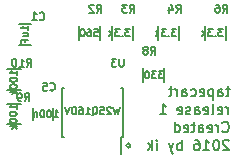
<source format=gbo>
G04 #@! TF.FileFunction,Legend,Bot*
%FSLAX46Y46*%
G04 Gerber Fmt 4.6, Leading zero omitted, Abs format (unit mm)*
G04 Created by KiCad (PCBNEW 4.0.5) date 11/08/17 13:58:34*
%MOMM*%
%LPD*%
G01*
G04 APERTURE LIST*
%ADD10C,0.100000*%
%ADD11C,0.200000*%
%ADD12C,0.203200*%
%ADD13C,0.150000*%
%ADD14C,0.152400*%
G04 APERTURE END LIST*
D10*
D11*
X188012605Y-57785000D02*
G75*
G03X188012605Y-57785000I-179605J0D01*
G01*
D12*
X196417752Y-53004450D02*
X196088762Y-53004450D01*
X196294381Y-52708117D02*
X196294381Y-53470117D01*
X196253257Y-53554783D01*
X196171010Y-53597117D01*
X196088762Y-53597117D01*
X195430781Y-53597117D02*
X195430781Y-53131450D01*
X195471904Y-53046783D01*
X195554152Y-53004450D01*
X195718647Y-53004450D01*
X195800895Y-53046783D01*
X195430781Y-53554783D02*
X195513028Y-53597117D01*
X195718647Y-53597117D01*
X195800895Y-53554783D01*
X195842019Y-53470117D01*
X195842019Y-53385450D01*
X195800895Y-53300783D01*
X195718647Y-53258450D01*
X195513028Y-53258450D01*
X195430781Y-53216117D01*
X195019543Y-53004450D02*
X195019543Y-53893450D01*
X195019543Y-53046783D02*
X194937295Y-53004450D01*
X194772800Y-53004450D01*
X194690552Y-53046783D01*
X194649429Y-53089117D01*
X194608305Y-53173783D01*
X194608305Y-53427783D01*
X194649429Y-53512450D01*
X194690552Y-53554783D01*
X194772800Y-53597117D01*
X194937295Y-53597117D01*
X195019543Y-53554783D01*
X193909200Y-53554783D02*
X193991448Y-53597117D01*
X194155943Y-53597117D01*
X194238191Y-53554783D01*
X194279315Y-53470117D01*
X194279315Y-53131450D01*
X194238191Y-53046783D01*
X194155943Y-53004450D01*
X193991448Y-53004450D01*
X193909200Y-53046783D01*
X193868077Y-53131450D01*
X193868077Y-53216117D01*
X194279315Y-53300783D01*
X193127848Y-53554783D02*
X193210095Y-53597117D01*
X193374591Y-53597117D01*
X193456838Y-53554783D01*
X193497962Y-53512450D01*
X193539086Y-53427783D01*
X193539086Y-53173783D01*
X193497962Y-53089117D01*
X193456838Y-53046783D01*
X193374591Y-53004450D01*
X193210095Y-53004450D01*
X193127848Y-53046783D01*
X192387619Y-53597117D02*
X192387619Y-53131450D01*
X192428742Y-53046783D01*
X192510990Y-53004450D01*
X192675485Y-53004450D01*
X192757733Y-53046783D01*
X192387619Y-53554783D02*
X192469866Y-53597117D01*
X192675485Y-53597117D01*
X192757733Y-53554783D01*
X192798857Y-53470117D01*
X192798857Y-53385450D01*
X192757733Y-53300783D01*
X192675485Y-53258450D01*
X192469866Y-53258450D01*
X192387619Y-53216117D01*
X191976381Y-53597117D02*
X191976381Y-53004450D01*
X191976381Y-53173783D02*
X191935257Y-53089117D01*
X191894133Y-53046783D01*
X191811886Y-53004450D01*
X191729638Y-53004450D01*
X191565142Y-53004450D02*
X191236152Y-53004450D01*
X191441771Y-52708117D02*
X191441771Y-53470117D01*
X191400647Y-53554783D01*
X191318400Y-53597117D01*
X191236152Y-53597117D01*
X196294381Y-55133817D02*
X196294381Y-54541150D01*
X196294381Y-54710483D02*
X196253257Y-54625817D01*
X196212133Y-54583483D01*
X196129886Y-54541150D01*
X196047638Y-54541150D01*
X195430780Y-55091483D02*
X195513028Y-55133817D01*
X195677523Y-55133817D01*
X195759771Y-55091483D01*
X195800895Y-55006817D01*
X195800895Y-54668150D01*
X195759771Y-54583483D01*
X195677523Y-54541150D01*
X195513028Y-54541150D01*
X195430780Y-54583483D01*
X195389657Y-54668150D01*
X195389657Y-54752817D01*
X195800895Y-54837483D01*
X194896171Y-55133817D02*
X194978418Y-55091483D01*
X195019542Y-55006817D01*
X195019542Y-54244817D01*
X194238189Y-55091483D02*
X194320437Y-55133817D01*
X194484932Y-55133817D01*
X194567180Y-55091483D01*
X194608304Y-55006817D01*
X194608304Y-54668150D01*
X194567180Y-54583483D01*
X194484932Y-54541150D01*
X194320437Y-54541150D01*
X194238189Y-54583483D01*
X194197066Y-54668150D01*
X194197066Y-54752817D01*
X194608304Y-54837483D01*
X193456837Y-55133817D02*
X193456837Y-54668150D01*
X193497960Y-54583483D01*
X193580208Y-54541150D01*
X193744703Y-54541150D01*
X193826951Y-54583483D01*
X193456837Y-55091483D02*
X193539084Y-55133817D01*
X193744703Y-55133817D01*
X193826951Y-55091483D01*
X193868075Y-55006817D01*
X193868075Y-54922150D01*
X193826951Y-54837483D01*
X193744703Y-54795150D01*
X193539084Y-54795150D01*
X193456837Y-54752817D01*
X193086723Y-55091483D02*
X193004475Y-55133817D01*
X192839980Y-55133817D01*
X192757732Y-55091483D01*
X192716608Y-55006817D01*
X192716608Y-54964483D01*
X192757732Y-54879817D01*
X192839980Y-54837483D01*
X192963351Y-54837483D01*
X193045599Y-54795150D01*
X193086723Y-54710483D01*
X193086723Y-54668150D01*
X193045599Y-54583483D01*
X192963351Y-54541150D01*
X192839980Y-54541150D01*
X192757732Y-54583483D01*
X192017503Y-55091483D02*
X192099751Y-55133817D01*
X192264246Y-55133817D01*
X192346494Y-55091483D01*
X192387618Y-55006817D01*
X192387618Y-54668150D01*
X192346494Y-54583483D01*
X192264246Y-54541150D01*
X192099751Y-54541150D01*
X192017503Y-54583483D01*
X191976380Y-54668150D01*
X191976380Y-54752817D01*
X192387618Y-54837483D01*
X190495922Y-55133817D02*
X190989408Y-55133817D01*
X190742665Y-55133817D02*
X190742665Y-54244817D01*
X190824913Y-54371817D01*
X190907160Y-54456483D01*
X190989408Y-54498817D01*
X195800895Y-56585850D02*
X195842019Y-56628183D01*
X195965390Y-56670517D01*
X196047638Y-56670517D01*
X196171010Y-56628183D01*
X196253257Y-56543517D01*
X196294381Y-56458850D01*
X196335505Y-56289517D01*
X196335505Y-56162517D01*
X196294381Y-55993183D01*
X196253257Y-55908517D01*
X196171010Y-55823850D01*
X196047638Y-55781517D01*
X195965390Y-55781517D01*
X195842019Y-55823850D01*
X195800895Y-55866183D01*
X195430781Y-56670517D02*
X195430781Y-56077850D01*
X195430781Y-56247183D02*
X195389657Y-56162517D01*
X195348533Y-56120183D01*
X195266286Y-56077850D01*
X195184038Y-56077850D01*
X194567180Y-56628183D02*
X194649428Y-56670517D01*
X194813923Y-56670517D01*
X194896171Y-56628183D01*
X194937295Y-56543517D01*
X194937295Y-56204850D01*
X194896171Y-56120183D01*
X194813923Y-56077850D01*
X194649428Y-56077850D01*
X194567180Y-56120183D01*
X194526057Y-56204850D01*
X194526057Y-56289517D01*
X194937295Y-56374183D01*
X193785828Y-56670517D02*
X193785828Y-56204850D01*
X193826951Y-56120183D01*
X193909199Y-56077850D01*
X194073694Y-56077850D01*
X194155942Y-56120183D01*
X193785828Y-56628183D02*
X193868075Y-56670517D01*
X194073694Y-56670517D01*
X194155942Y-56628183D01*
X194197066Y-56543517D01*
X194197066Y-56458850D01*
X194155942Y-56374183D01*
X194073694Y-56331850D01*
X193868075Y-56331850D01*
X193785828Y-56289517D01*
X193497961Y-56077850D02*
X193168971Y-56077850D01*
X193374590Y-55781517D02*
X193374590Y-56543517D01*
X193333466Y-56628183D01*
X193251219Y-56670517D01*
X193168971Y-56670517D01*
X192552113Y-56628183D02*
X192634361Y-56670517D01*
X192798856Y-56670517D01*
X192881104Y-56628183D01*
X192922228Y-56543517D01*
X192922228Y-56204850D01*
X192881104Y-56120183D01*
X192798856Y-56077850D01*
X192634361Y-56077850D01*
X192552113Y-56120183D01*
X192510990Y-56204850D01*
X192510990Y-56289517D01*
X192922228Y-56374183D01*
X191770761Y-56670517D02*
X191770761Y-55781517D01*
X191770761Y-56628183D02*
X191853008Y-56670517D01*
X192017504Y-56670517D01*
X192099751Y-56628183D01*
X192140875Y-56585850D01*
X192181999Y-56501183D01*
X192181999Y-56247183D01*
X192140875Y-56162517D01*
X192099751Y-56120183D01*
X192017504Y-56077850D01*
X191853008Y-56077850D01*
X191770761Y-56120183D01*
X196335505Y-57402883D02*
X196294381Y-57360550D01*
X196212133Y-57318217D01*
X196006514Y-57318217D01*
X195924267Y-57360550D01*
X195883143Y-57402883D01*
X195842019Y-57487550D01*
X195842019Y-57572217D01*
X195883143Y-57699217D01*
X196376629Y-58207217D01*
X195842019Y-58207217D01*
X195307410Y-57318217D02*
X195225162Y-57318217D01*
X195142914Y-57360550D01*
X195101791Y-57402883D01*
X195060667Y-57487550D01*
X195019543Y-57656883D01*
X195019543Y-57868550D01*
X195060667Y-58037883D01*
X195101791Y-58122550D01*
X195142914Y-58164883D01*
X195225162Y-58207217D01*
X195307410Y-58207217D01*
X195389657Y-58164883D01*
X195430781Y-58122550D01*
X195471905Y-58037883D01*
X195513029Y-57868550D01*
X195513029Y-57656883D01*
X195471905Y-57487550D01*
X195430781Y-57402883D01*
X195389657Y-57360550D01*
X195307410Y-57318217D01*
X194197067Y-58207217D02*
X194690553Y-58207217D01*
X194443810Y-58207217D02*
X194443810Y-57318217D01*
X194526058Y-57445217D01*
X194608305Y-57529883D01*
X194690553Y-57572217D01*
X193456839Y-57318217D02*
X193621334Y-57318217D01*
X193703582Y-57360550D01*
X193744705Y-57402883D01*
X193826953Y-57529883D01*
X193868077Y-57699217D01*
X193868077Y-58037883D01*
X193826953Y-58122550D01*
X193785829Y-58164883D01*
X193703582Y-58207217D01*
X193539086Y-58207217D01*
X193456839Y-58164883D01*
X193415715Y-58122550D01*
X193374591Y-58037883D01*
X193374591Y-57826217D01*
X193415715Y-57741550D01*
X193456839Y-57699217D01*
X193539086Y-57656883D01*
X193703582Y-57656883D01*
X193785829Y-57699217D01*
X193826953Y-57741550D01*
X193868077Y-57826217D01*
X192346496Y-58207217D02*
X192346496Y-57318217D01*
X192346496Y-57656883D02*
X192264248Y-57614550D01*
X192099753Y-57614550D01*
X192017505Y-57656883D01*
X191976382Y-57699217D01*
X191935258Y-57783883D01*
X191935258Y-58037883D01*
X191976382Y-58122550D01*
X192017505Y-58164883D01*
X192099753Y-58207217D01*
X192264248Y-58207217D01*
X192346496Y-58164883D01*
X191647392Y-57614550D02*
X191441773Y-58207217D01*
X191236153Y-57614550D02*
X191441773Y-58207217D01*
X191524020Y-58418883D01*
X191565144Y-58461217D01*
X191647392Y-58503550D01*
X190249182Y-58207217D02*
X190249182Y-57614550D01*
X190249182Y-57318217D02*
X190290306Y-57360550D01*
X190249182Y-57402883D01*
X190208058Y-57360550D01*
X190249182Y-57318217D01*
X190249182Y-57402883D01*
X189837944Y-58207217D02*
X189837944Y-57318217D01*
X189755696Y-57868550D02*
X189508953Y-58207217D01*
X189508953Y-57614550D02*
X189837944Y-57953217D01*
D13*
X187360000Y-57066000D02*
X187215000Y-57066000D01*
X187360000Y-52916000D02*
X187215000Y-52916000D01*
X182210000Y-52916000D02*
X182355000Y-52916000D01*
X182210000Y-57066000D02*
X182355000Y-57066000D01*
X187360000Y-57066000D02*
X187360000Y-52916000D01*
X182210000Y-57066000D02*
X182210000Y-52916000D01*
X187215000Y-57066000D02*
X187215000Y-58466000D01*
X178586000Y-47537000D02*
X179586000Y-47537000D01*
X179586000Y-49237000D02*
X178586000Y-49237000D01*
X179744000Y-55618000D02*
X179744000Y-54618000D01*
X181444000Y-54618000D02*
X181444000Y-55618000D01*
X183656000Y-47660000D02*
X183656000Y-48860000D01*
X185406000Y-48860000D02*
X185406000Y-47660000D01*
X186450000Y-47660000D02*
X186450000Y-48860000D01*
X188200000Y-48860000D02*
X188200000Y-47660000D01*
X190387000Y-47660000D02*
X190387000Y-48860000D01*
X192137000Y-48860000D02*
X192137000Y-47660000D01*
X194324000Y-47660000D02*
X194324000Y-48860000D01*
X196074000Y-48860000D02*
X196074000Y-47660000D01*
X189117000Y-51216000D02*
X189117000Y-52416000D01*
X190867000Y-52416000D02*
X190867000Y-51216000D01*
X177520000Y-55993000D02*
X178720000Y-55993000D01*
X178720000Y-54243000D02*
X177520000Y-54243000D01*
X177520000Y-53072000D02*
X178720000Y-53072000D01*
X178720000Y-51322000D02*
X177520000Y-51322000D01*
D14*
X187447162Y-50438352D02*
X187447162Y-50972962D01*
X187415714Y-51035857D01*
X187384267Y-51067305D01*
X187321371Y-51098752D01*
X187195581Y-51098752D01*
X187132686Y-51067305D01*
X187101238Y-51035857D01*
X187069790Y-50972962D01*
X187069790Y-50438352D01*
X186818209Y-50438352D02*
X186409390Y-50438352D01*
X186629523Y-50689933D01*
X186535181Y-50689933D01*
X186472285Y-50721381D01*
X186440838Y-50752829D01*
X186409390Y-50815724D01*
X186409390Y-50972962D01*
X186440838Y-51035857D01*
X186472285Y-51067305D01*
X186535181Y-51098752D01*
X186723866Y-51098752D01*
X186786762Y-51067305D01*
X186818209Y-51035857D01*
X187092770Y-54530171D02*
X186947627Y-55139771D01*
X186831513Y-54704343D01*
X186715399Y-55139771D01*
X186570256Y-54530171D01*
X186367056Y-54588229D02*
X186338027Y-54559200D01*
X186279970Y-54530171D01*
X186134827Y-54530171D01*
X186076770Y-54559200D01*
X186047741Y-54588229D01*
X186018713Y-54646286D01*
X186018713Y-54704343D01*
X186047741Y-54791429D01*
X186396084Y-55139771D01*
X186018713Y-55139771D01*
X185467170Y-54530171D02*
X185757456Y-54530171D01*
X185786485Y-54820457D01*
X185757456Y-54791429D01*
X185699399Y-54762400D01*
X185554256Y-54762400D01*
X185496199Y-54791429D01*
X185467170Y-54820457D01*
X185438142Y-54878514D01*
X185438142Y-55023657D01*
X185467170Y-55081714D01*
X185496199Y-55110743D01*
X185554256Y-55139771D01*
X185699399Y-55139771D01*
X185757456Y-55110743D01*
X185786485Y-55081714D01*
X184770485Y-55197829D02*
X184828542Y-55168800D01*
X184886599Y-55110743D01*
X184973685Y-55023657D01*
X185031742Y-54994629D01*
X185089799Y-54994629D01*
X185060771Y-55139771D02*
X185118828Y-55110743D01*
X185176885Y-55052686D01*
X185205914Y-54936571D01*
X185205914Y-54733371D01*
X185176885Y-54617257D01*
X185118828Y-54559200D01*
X185060771Y-54530171D01*
X184944657Y-54530171D01*
X184886599Y-54559200D01*
X184828542Y-54617257D01*
X184799514Y-54733371D01*
X184799514Y-54936571D01*
X184828542Y-55052686D01*
X184886599Y-55110743D01*
X184944657Y-55139771D01*
X185060771Y-55139771D01*
X184218942Y-55139771D02*
X184567285Y-55139771D01*
X184393113Y-55139771D02*
X184393113Y-54530171D01*
X184451170Y-54617257D01*
X184509228Y-54675314D01*
X184567285Y-54704343D01*
X183696428Y-54530171D02*
X183812542Y-54530171D01*
X183870599Y-54559200D01*
X183899628Y-54588229D01*
X183957685Y-54675314D01*
X183986714Y-54791429D01*
X183986714Y-55023657D01*
X183957685Y-55081714D01*
X183928657Y-55110743D01*
X183870599Y-55139771D01*
X183754485Y-55139771D01*
X183696428Y-55110743D01*
X183667399Y-55081714D01*
X183638371Y-55023657D01*
X183638371Y-54878514D01*
X183667399Y-54820457D01*
X183696428Y-54791429D01*
X183754485Y-54762400D01*
X183870599Y-54762400D01*
X183928657Y-54791429D01*
X183957685Y-54820457D01*
X183986714Y-54878514D01*
X183377114Y-55139771D02*
X183377114Y-54530171D01*
X183231971Y-54530171D01*
X183144886Y-54559200D01*
X183086828Y-54617257D01*
X183057800Y-54675314D01*
X183028771Y-54791429D01*
X183028771Y-54878514D01*
X183057800Y-54994629D01*
X183086828Y-55052686D01*
X183144886Y-55110743D01*
X183231971Y-55139771D01*
X183377114Y-55139771D01*
X182854600Y-54530171D02*
X182651400Y-55139771D01*
X182448200Y-54530171D01*
X180323066Y-47098857D02*
X180354514Y-47130305D01*
X180448857Y-47161752D01*
X180511752Y-47161752D01*
X180606095Y-47130305D01*
X180668990Y-47067410D01*
X180700438Y-47004514D01*
X180731886Y-46878724D01*
X180731886Y-46784381D01*
X180700438Y-46658590D01*
X180668990Y-46595695D01*
X180606095Y-46532800D01*
X180511752Y-46501352D01*
X180448857Y-46501352D01*
X180354514Y-46532800D01*
X180323066Y-46564248D01*
X179694114Y-47161752D02*
X180071486Y-47161752D01*
X179882800Y-47161752D02*
X179882800Y-46501352D01*
X179945695Y-46595695D01*
X180008590Y-46658590D01*
X180071486Y-46690038D01*
X179361771Y-48024143D02*
X179361771Y-47675800D01*
X179361771Y-47849972D02*
X178752171Y-47849972D01*
X178839257Y-47791915D01*
X178897314Y-47733857D01*
X178926343Y-47675800D01*
X178955371Y-48546657D02*
X179361771Y-48546657D01*
X178955371Y-48285400D02*
X179274686Y-48285400D01*
X179332743Y-48314428D01*
X179361771Y-48372486D01*
X179361771Y-48459571D01*
X179332743Y-48517628D01*
X179303714Y-48546657D01*
X179042457Y-49040143D02*
X179042457Y-48836943D01*
X179361771Y-48836943D02*
X178752171Y-48836943D01*
X178752171Y-49127229D01*
X181212066Y-53067857D02*
X181243514Y-53099305D01*
X181337857Y-53130752D01*
X181400752Y-53130752D01*
X181495095Y-53099305D01*
X181557990Y-53036410D01*
X181589438Y-52973514D01*
X181620886Y-52847724D01*
X181620886Y-52753381D01*
X181589438Y-52627590D01*
X181557990Y-52564695D01*
X181495095Y-52501800D01*
X181400752Y-52470352D01*
X181337857Y-52470352D01*
X181243514Y-52501800D01*
X181212066Y-52533248D01*
X180614562Y-52470352D02*
X180929038Y-52470352D01*
X180960486Y-52784829D01*
X180929038Y-52753381D01*
X180866143Y-52721933D01*
X180708905Y-52721933D01*
X180646009Y-52753381D01*
X180614562Y-52784829D01*
X180583114Y-52847724D01*
X180583114Y-53004962D01*
X180614562Y-53067857D01*
X180646009Y-53099305D01*
X180708905Y-53130752D01*
X180866143Y-53130752D01*
X180929038Y-53099305D01*
X180960486Y-53067857D01*
X181530171Y-55393771D02*
X181878514Y-55393771D01*
X181704342Y-55393771D02*
X181704342Y-54784171D01*
X181762399Y-54871257D01*
X181820457Y-54929314D01*
X181878514Y-54958343D01*
X181152800Y-54784171D02*
X181094743Y-54784171D01*
X181036686Y-54813200D01*
X181007657Y-54842229D01*
X180978628Y-54900286D01*
X180949600Y-55016400D01*
X180949600Y-55161543D01*
X180978628Y-55277657D01*
X181007657Y-55335714D01*
X181036686Y-55364743D01*
X181094743Y-55393771D01*
X181152800Y-55393771D01*
X181210857Y-55364743D01*
X181239886Y-55335714D01*
X181268914Y-55277657D01*
X181297943Y-55161543D01*
X181297943Y-55016400D01*
X181268914Y-54900286D01*
X181239886Y-54842229D01*
X181210857Y-54813200D01*
X181152800Y-54784171D01*
X180572229Y-54784171D02*
X180514172Y-54784171D01*
X180456115Y-54813200D01*
X180427086Y-54842229D01*
X180398057Y-54900286D01*
X180369029Y-55016400D01*
X180369029Y-55161543D01*
X180398057Y-55277657D01*
X180427086Y-55335714D01*
X180456115Y-55364743D01*
X180514172Y-55393771D01*
X180572229Y-55393771D01*
X180630286Y-55364743D01*
X180659315Y-55335714D01*
X180688343Y-55277657D01*
X180717372Y-55161543D01*
X180717372Y-55016400D01*
X180688343Y-54900286D01*
X180659315Y-54842229D01*
X180630286Y-54813200D01*
X180572229Y-54784171D01*
X180107772Y-54987371D02*
X180107772Y-55393771D01*
X180107772Y-55045429D02*
X180078744Y-55016400D01*
X180020686Y-54987371D01*
X179933601Y-54987371D01*
X179875544Y-55016400D01*
X179846515Y-55074457D01*
X179846515Y-55393771D01*
X185149066Y-46526752D02*
X185369200Y-46212276D01*
X185526438Y-46526752D02*
X185526438Y-45866352D01*
X185274857Y-45866352D01*
X185211962Y-45897800D01*
X185180514Y-45929248D01*
X185149066Y-45992143D01*
X185149066Y-46086486D01*
X185180514Y-46149381D01*
X185211962Y-46180829D01*
X185274857Y-46212276D01*
X185526438Y-46212276D01*
X184897486Y-45929248D02*
X184866038Y-45897800D01*
X184803143Y-45866352D01*
X184645905Y-45866352D01*
X184583009Y-45897800D01*
X184551562Y-45929248D01*
X184520114Y-45992143D01*
X184520114Y-46055038D01*
X184551562Y-46149381D01*
X184928933Y-46526752D01*
X184520114Y-46526752D01*
X184966427Y-47926171D02*
X185256713Y-47926171D01*
X185285742Y-48216457D01*
X185256713Y-48187429D01*
X185198656Y-48158400D01*
X185053513Y-48158400D01*
X184995456Y-48187429D01*
X184966427Y-48216457D01*
X184937399Y-48274514D01*
X184937399Y-48419657D01*
X184966427Y-48477714D01*
X184995456Y-48506743D01*
X185053513Y-48535771D01*
X185198656Y-48535771D01*
X185256713Y-48506743D01*
X185285742Y-48477714D01*
X184414885Y-47926171D02*
X184530999Y-47926171D01*
X184589056Y-47955200D01*
X184618085Y-47984229D01*
X184676142Y-48071314D01*
X184705171Y-48187429D01*
X184705171Y-48419657D01*
X184676142Y-48477714D01*
X184647114Y-48506743D01*
X184589056Y-48535771D01*
X184472942Y-48535771D01*
X184414885Y-48506743D01*
X184385856Y-48477714D01*
X184356828Y-48419657D01*
X184356828Y-48274514D01*
X184385856Y-48216457D01*
X184414885Y-48187429D01*
X184472942Y-48158400D01*
X184589056Y-48158400D01*
X184647114Y-48187429D01*
X184676142Y-48216457D01*
X184705171Y-48274514D01*
X183979457Y-47926171D02*
X183921400Y-47926171D01*
X183863343Y-47955200D01*
X183834314Y-47984229D01*
X183805285Y-48042286D01*
X183776257Y-48158400D01*
X183776257Y-48303543D01*
X183805285Y-48419657D01*
X183834314Y-48477714D01*
X183863343Y-48506743D01*
X183921400Y-48535771D01*
X183979457Y-48535771D01*
X184037514Y-48506743D01*
X184066543Y-48477714D01*
X184095571Y-48419657D01*
X184124600Y-48303543D01*
X184124600Y-48158400D01*
X184095571Y-48042286D01*
X184066543Y-47984229D01*
X184037514Y-47955200D01*
X183979457Y-47926171D01*
X187943066Y-46526752D02*
X188163200Y-46212276D01*
X188320438Y-46526752D02*
X188320438Y-45866352D01*
X188068857Y-45866352D01*
X188005962Y-45897800D01*
X187974514Y-45929248D01*
X187943066Y-45992143D01*
X187943066Y-46086486D01*
X187974514Y-46149381D01*
X188005962Y-46180829D01*
X188068857Y-46212276D01*
X188320438Y-46212276D01*
X187722933Y-45866352D02*
X187314114Y-45866352D01*
X187534247Y-46117933D01*
X187439905Y-46117933D01*
X187377009Y-46149381D01*
X187345562Y-46180829D01*
X187314114Y-46243724D01*
X187314114Y-46400962D01*
X187345562Y-46463857D01*
X187377009Y-46495305D01*
X187439905Y-46526752D01*
X187628590Y-46526752D01*
X187691486Y-46495305D01*
X187722933Y-46463857D01*
X187956371Y-47926171D02*
X187579000Y-47926171D01*
X187782200Y-48158400D01*
X187695114Y-48158400D01*
X187637057Y-48187429D01*
X187608028Y-48216457D01*
X187579000Y-48274514D01*
X187579000Y-48419657D01*
X187608028Y-48477714D01*
X187637057Y-48506743D01*
X187695114Y-48535771D01*
X187869286Y-48535771D01*
X187927343Y-48506743D01*
X187956371Y-48477714D01*
X187317743Y-48477714D02*
X187288715Y-48506743D01*
X187317743Y-48535771D01*
X187346772Y-48506743D01*
X187317743Y-48477714D01*
X187317743Y-48535771D01*
X187085514Y-47926171D02*
X186708143Y-47926171D01*
X186911343Y-48158400D01*
X186824257Y-48158400D01*
X186766200Y-48187429D01*
X186737171Y-48216457D01*
X186708143Y-48274514D01*
X186708143Y-48419657D01*
X186737171Y-48477714D01*
X186766200Y-48506743D01*
X186824257Y-48535771D01*
X186998429Y-48535771D01*
X187056486Y-48506743D01*
X187085514Y-48477714D01*
X186446886Y-48535771D02*
X186446886Y-47926171D01*
X186388829Y-48303543D02*
X186214658Y-48535771D01*
X186214658Y-48129371D02*
X186446886Y-48361600D01*
X191880066Y-46526752D02*
X192100200Y-46212276D01*
X192257438Y-46526752D02*
X192257438Y-45866352D01*
X192005857Y-45866352D01*
X191942962Y-45897800D01*
X191911514Y-45929248D01*
X191880066Y-45992143D01*
X191880066Y-46086486D01*
X191911514Y-46149381D01*
X191942962Y-46180829D01*
X192005857Y-46212276D01*
X192257438Y-46212276D01*
X191314009Y-46086486D02*
X191314009Y-46526752D01*
X191471247Y-45834905D02*
X191628486Y-46306619D01*
X191219666Y-46306619D01*
X191893371Y-47926171D02*
X191516000Y-47926171D01*
X191719200Y-48158400D01*
X191632114Y-48158400D01*
X191574057Y-48187429D01*
X191545028Y-48216457D01*
X191516000Y-48274514D01*
X191516000Y-48419657D01*
X191545028Y-48477714D01*
X191574057Y-48506743D01*
X191632114Y-48535771D01*
X191806286Y-48535771D01*
X191864343Y-48506743D01*
X191893371Y-48477714D01*
X191254743Y-48477714D02*
X191225715Y-48506743D01*
X191254743Y-48535771D01*
X191283772Y-48506743D01*
X191254743Y-48477714D01*
X191254743Y-48535771D01*
X191022514Y-47926171D02*
X190645143Y-47926171D01*
X190848343Y-48158400D01*
X190761257Y-48158400D01*
X190703200Y-48187429D01*
X190674171Y-48216457D01*
X190645143Y-48274514D01*
X190645143Y-48419657D01*
X190674171Y-48477714D01*
X190703200Y-48506743D01*
X190761257Y-48535771D01*
X190935429Y-48535771D01*
X190993486Y-48506743D01*
X191022514Y-48477714D01*
X190383886Y-48535771D02*
X190383886Y-47926171D01*
X190325829Y-48303543D02*
X190151658Y-48535771D01*
X190151658Y-48129371D02*
X190383886Y-48361600D01*
X195817066Y-46526752D02*
X196037200Y-46212276D01*
X196194438Y-46526752D02*
X196194438Y-45866352D01*
X195942857Y-45866352D01*
X195879962Y-45897800D01*
X195848514Y-45929248D01*
X195817066Y-45992143D01*
X195817066Y-46086486D01*
X195848514Y-46149381D01*
X195879962Y-46180829D01*
X195942857Y-46212276D01*
X196194438Y-46212276D01*
X195251009Y-45866352D02*
X195376800Y-45866352D01*
X195439695Y-45897800D01*
X195471143Y-45929248D01*
X195534038Y-46023590D01*
X195565486Y-46149381D01*
X195565486Y-46400962D01*
X195534038Y-46463857D01*
X195502590Y-46495305D01*
X195439695Y-46526752D01*
X195313905Y-46526752D01*
X195251009Y-46495305D01*
X195219562Y-46463857D01*
X195188114Y-46400962D01*
X195188114Y-46243724D01*
X195219562Y-46180829D01*
X195251009Y-46149381D01*
X195313905Y-46117933D01*
X195439695Y-46117933D01*
X195502590Y-46149381D01*
X195534038Y-46180829D01*
X195565486Y-46243724D01*
X195830371Y-47926171D02*
X195453000Y-47926171D01*
X195656200Y-48158400D01*
X195569114Y-48158400D01*
X195511057Y-48187429D01*
X195482028Y-48216457D01*
X195453000Y-48274514D01*
X195453000Y-48419657D01*
X195482028Y-48477714D01*
X195511057Y-48506743D01*
X195569114Y-48535771D01*
X195743286Y-48535771D01*
X195801343Y-48506743D01*
X195830371Y-48477714D01*
X195191743Y-48477714D02*
X195162715Y-48506743D01*
X195191743Y-48535771D01*
X195220772Y-48506743D01*
X195191743Y-48477714D01*
X195191743Y-48535771D01*
X194959514Y-47926171D02*
X194582143Y-47926171D01*
X194785343Y-48158400D01*
X194698257Y-48158400D01*
X194640200Y-48187429D01*
X194611171Y-48216457D01*
X194582143Y-48274514D01*
X194582143Y-48419657D01*
X194611171Y-48477714D01*
X194640200Y-48506743D01*
X194698257Y-48535771D01*
X194872429Y-48535771D01*
X194930486Y-48506743D01*
X194959514Y-48477714D01*
X194320886Y-48535771D02*
X194320886Y-47926171D01*
X194262829Y-48303543D02*
X194088658Y-48535771D01*
X194088658Y-48129371D02*
X194320886Y-48361600D01*
X189721066Y-50082752D02*
X189941200Y-49768276D01*
X190098438Y-50082752D02*
X190098438Y-49422352D01*
X189846857Y-49422352D01*
X189783962Y-49453800D01*
X189752514Y-49485248D01*
X189721066Y-49548143D01*
X189721066Y-49642486D01*
X189752514Y-49705381D01*
X189783962Y-49736829D01*
X189846857Y-49768276D01*
X190098438Y-49768276D01*
X189343695Y-49705381D02*
X189406590Y-49673933D01*
X189438038Y-49642486D01*
X189469486Y-49579590D01*
X189469486Y-49548143D01*
X189438038Y-49485248D01*
X189406590Y-49453800D01*
X189343695Y-49422352D01*
X189217905Y-49422352D01*
X189155009Y-49453800D01*
X189123562Y-49485248D01*
X189092114Y-49548143D01*
X189092114Y-49579590D01*
X189123562Y-49642486D01*
X189155009Y-49673933D01*
X189217905Y-49705381D01*
X189343695Y-49705381D01*
X189406590Y-49736829D01*
X189438038Y-49768276D01*
X189469486Y-49831171D01*
X189469486Y-49956962D01*
X189438038Y-50019857D01*
X189406590Y-50051305D01*
X189343695Y-50082752D01*
X189217905Y-50082752D01*
X189155009Y-50051305D01*
X189123562Y-50019857D01*
X189092114Y-49956962D01*
X189092114Y-49831171D01*
X189123562Y-49768276D01*
X189155009Y-49736829D01*
X189217905Y-49705381D01*
X190775770Y-51482171D02*
X190398399Y-51482171D01*
X190601599Y-51714400D01*
X190514513Y-51714400D01*
X190456456Y-51743429D01*
X190427427Y-51772457D01*
X190398399Y-51830514D01*
X190398399Y-51975657D01*
X190427427Y-52033714D01*
X190456456Y-52062743D01*
X190514513Y-52091771D01*
X190688685Y-52091771D01*
X190746742Y-52062743D01*
X190775770Y-52033714D01*
X190195199Y-51482171D02*
X189817828Y-51482171D01*
X190021028Y-51714400D01*
X189933942Y-51714400D01*
X189875885Y-51743429D01*
X189846856Y-51772457D01*
X189817828Y-51830514D01*
X189817828Y-51975657D01*
X189846856Y-52033714D01*
X189875885Y-52062743D01*
X189933942Y-52091771D01*
X190108114Y-52091771D01*
X190166171Y-52062743D01*
X190195199Y-52033714D01*
X189440457Y-51482171D02*
X189382400Y-51482171D01*
X189324343Y-51511200D01*
X189295314Y-51540229D01*
X189266285Y-51598286D01*
X189237257Y-51714400D01*
X189237257Y-51859543D01*
X189266285Y-51975657D01*
X189295314Y-52033714D01*
X189324343Y-52062743D01*
X189382400Y-52091771D01*
X189440457Y-52091771D01*
X189498514Y-52062743D01*
X189527543Y-52033714D01*
X189556571Y-51975657D01*
X189585600Y-51859543D01*
X189585600Y-51714400D01*
X189556571Y-51598286D01*
X189527543Y-51540229D01*
X189498514Y-51511200D01*
X189440457Y-51482171D01*
X179053066Y-54019752D02*
X179273200Y-53705276D01*
X179430438Y-54019752D02*
X179430438Y-53359352D01*
X179178857Y-53359352D01*
X179115962Y-53390800D01*
X179084514Y-53422248D01*
X179053066Y-53485143D01*
X179053066Y-53579486D01*
X179084514Y-53642381D01*
X179115962Y-53673829D01*
X179178857Y-53705276D01*
X179430438Y-53705276D01*
X178738590Y-54019752D02*
X178612800Y-54019752D01*
X178549905Y-53988305D01*
X178518457Y-53956857D01*
X178455562Y-53862514D01*
X178424114Y-53736724D01*
X178424114Y-53485143D01*
X178455562Y-53422248D01*
X178487009Y-53390800D01*
X178549905Y-53359352D01*
X178675695Y-53359352D01*
X178738590Y-53390800D01*
X178770038Y-53422248D01*
X178801486Y-53485143D01*
X178801486Y-53642381D01*
X178770038Y-53705276D01*
X178738590Y-53736724D01*
X178675695Y-53768171D01*
X178549905Y-53768171D01*
X178487009Y-53736724D01*
X178455562Y-53705276D01*
X178424114Y-53642381D01*
X178385571Y-54693458D02*
X178385571Y-54345115D01*
X178385571Y-54519287D02*
X177775971Y-54519287D01*
X177863057Y-54461230D01*
X177921114Y-54403172D01*
X177950143Y-54345115D01*
X177775971Y-55070829D02*
X177775971Y-55128886D01*
X177805000Y-55186943D01*
X177834029Y-55215972D01*
X177892086Y-55245001D01*
X178008200Y-55274029D01*
X178153343Y-55274029D01*
X178269457Y-55245001D01*
X178327514Y-55215972D01*
X178356543Y-55186943D01*
X178385571Y-55128886D01*
X178385571Y-55070829D01*
X178356543Y-55012772D01*
X178327514Y-54983743D01*
X178269457Y-54954715D01*
X178153343Y-54925686D01*
X178008200Y-54925686D01*
X177892086Y-54954715D01*
X177834029Y-54983743D01*
X177805000Y-55012772D01*
X177775971Y-55070829D01*
X177775971Y-55651400D02*
X177775971Y-55709457D01*
X177805000Y-55767514D01*
X177834029Y-55796543D01*
X177892086Y-55825572D01*
X178008200Y-55854600D01*
X178153343Y-55854600D01*
X178269457Y-55825572D01*
X178327514Y-55796543D01*
X178356543Y-55767514D01*
X178385571Y-55709457D01*
X178385571Y-55651400D01*
X178356543Y-55593343D01*
X178327514Y-55564314D01*
X178269457Y-55535286D01*
X178153343Y-55506257D01*
X178008200Y-55506257D01*
X177892086Y-55535286D01*
X177834029Y-55564314D01*
X177805000Y-55593343D01*
X177775971Y-55651400D01*
X178385571Y-56115857D02*
X177775971Y-56115857D01*
X178153343Y-56173914D02*
X178385571Y-56348085D01*
X177979171Y-56348085D02*
X178211400Y-56115857D01*
X179240542Y-51098752D02*
X179460676Y-50784276D01*
X179617914Y-51098752D02*
X179617914Y-50438352D01*
X179366333Y-50438352D01*
X179303438Y-50469800D01*
X179271990Y-50501248D01*
X179240542Y-50564143D01*
X179240542Y-50658486D01*
X179271990Y-50721381D01*
X179303438Y-50752829D01*
X179366333Y-50784276D01*
X179617914Y-50784276D01*
X178611590Y-51098752D02*
X178988962Y-51098752D01*
X178800276Y-51098752D02*
X178800276Y-50438352D01*
X178863171Y-50532695D01*
X178926066Y-50595590D01*
X178988962Y-50627038D01*
X178202771Y-50438352D02*
X178139876Y-50438352D01*
X178076981Y-50469800D01*
X178045533Y-50501248D01*
X178014086Y-50564143D01*
X177982638Y-50689933D01*
X177982638Y-50847171D01*
X178014086Y-50972962D01*
X178045533Y-51035857D01*
X178076981Y-51067305D01*
X178139876Y-51098752D01*
X178202771Y-51098752D01*
X178265667Y-51067305D01*
X178297114Y-51035857D01*
X178328562Y-50972962D01*
X178360010Y-50847171D01*
X178360010Y-50689933D01*
X178328562Y-50564143D01*
X178297114Y-50501248D01*
X178265667Y-50469800D01*
X178202771Y-50438352D01*
X178395771Y-51797858D02*
X178395771Y-51449515D01*
X178395771Y-51623687D02*
X177786171Y-51623687D01*
X177873257Y-51565630D01*
X177931314Y-51507572D01*
X177960343Y-51449515D01*
X177786171Y-52175229D02*
X177786171Y-52233286D01*
X177815200Y-52291343D01*
X177844229Y-52320372D01*
X177902286Y-52349401D01*
X178018400Y-52378429D01*
X178163543Y-52378429D01*
X178279657Y-52349401D01*
X178337714Y-52320372D01*
X178366743Y-52291343D01*
X178395771Y-52233286D01*
X178395771Y-52175229D01*
X178366743Y-52117172D01*
X178337714Y-52088143D01*
X178279657Y-52059115D01*
X178163543Y-52030086D01*
X178018400Y-52030086D01*
X177902286Y-52059115D01*
X177844229Y-52088143D01*
X177815200Y-52117172D01*
X177786171Y-52175229D01*
X177786171Y-52755800D02*
X177786171Y-52813857D01*
X177815200Y-52871914D01*
X177844229Y-52900943D01*
X177902286Y-52929972D01*
X178018400Y-52959000D01*
X178163543Y-52959000D01*
X178279657Y-52929972D01*
X178337714Y-52900943D01*
X178366743Y-52871914D01*
X178395771Y-52813857D01*
X178395771Y-52755800D01*
X178366743Y-52697743D01*
X178337714Y-52668714D01*
X178279657Y-52639686D01*
X178163543Y-52610657D01*
X178018400Y-52610657D01*
X177902286Y-52639686D01*
X177844229Y-52668714D01*
X177815200Y-52697743D01*
X177786171Y-52755800D01*
X178395771Y-53220257D02*
X177786171Y-53220257D01*
X178163543Y-53278314D02*
X178395771Y-53452485D01*
X177989371Y-53452485D02*
X178221600Y-53220257D01*
M02*

</source>
